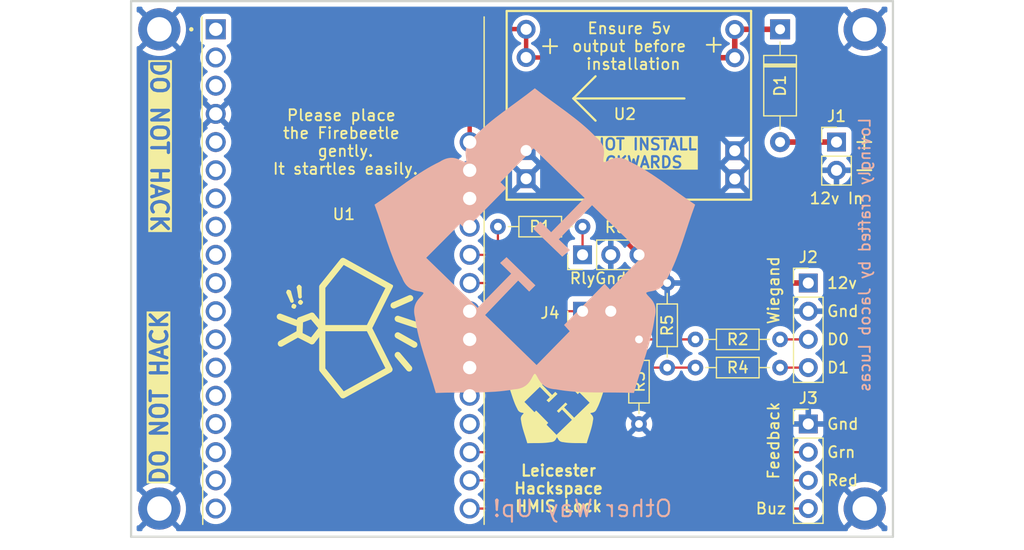
<source format=kicad_pcb>
(kicad_pcb (version 20241229) (generator "pcbnew") (generator_version "9.0")
  (layers (0 "F.Cu" signal) (2 "B.Cu" signal) (13 "F.Paste" user) (15 "B.Paste" user) (5 "F.SilkS" user "F.Silkscreen") (7 "B.SilkS" user "B.Silkscreen") (1 "F.Mask" user) (3 "B.Mask" user) (25 "Edge.Cuts" user))
  (net 0 "")
  (net 1 "GND")
  (net 2 "+12V")
  (net 3 "Net-(J2-Pin_3)")
  (net 4 "Net-(J2-Pin_4)")
  (net 5 "/red")
  (net 6 "/grn")
  (net 7 "/buz")
  (net 8 "/Btn")
  (net 9 "Net-(J5-Pin_1)")
  (net 10 "+5V")
  (net 11 "/Relay")
  (net 12 "/d0")
  (net 13 "/d1")
  (net 32 "Net-(D1-A)")
  (footprint "MountingHole:MountingHole_2.2mm_M2_DIN965_Pad" (layer "F.Cu") (at 93.98 35.56)
    (property "Reference" "M2" (hide yes))
    (property "Value" "MountingHole_2.2mm_M2_DIN965_Pad")
    (pad "1" thru_hole circle (at 0 0) (size 3.8 3.8) (drill 2.2) (layers "*.Cu" "*.Mask") (net 1 "GND"))
  )
  (footprint "MountingHole:MountingHole_2.2mm_M2_DIN965_Pad" (layer "F.Cu") (at 30.48 35.56)
    (property "Reference" "M1" (hide yes))
    (property "Value" "MountingHole_2.2mm_M2_DIN965_Pad")
    (pad "1" thru_hole circle (at 0 0) (size 3.8 3.8) (drill 2.2) (layers "*.Cu" "*.Mask") (net 1 "GND"))
  )
  (footprint "Connector_PinHeader_2.54mm:PinHeader_1x03_P2.54mm_Vertical" (layer "F.Cu") (at 68.58 55.88 90)
    (property "Reference" "J5" (at 0 7.62 180) (layer "F.SilkS") (effects (font (thickness 0.16))))
    (property "Value" "Relay")
    (fp_line (start -1.33 -1.33) (end 0 -1.33) (stroke (width 0.12)) (layer "F.SilkS"))
    (fp_line (start -1.33 0) (end -1.33 -1.33) (stroke (width 0.12)) (layer "F.SilkS"))
    (fp_line (start 1.33 1.27) (end 1.33 6.41) (stroke (width 0.12)) (layer "F.SilkS"))
    (fp_line (start -1.33 1.27) (end 1.33 1.27) (stroke (width 0.12)) (layer "F.SilkS"))
    (fp_line (start -1.33 1.27) (end -1.33 6.41) (stroke (width 0.12)) (layer "F.SilkS"))
    (fp_line (start -1.33 6.41) (end 1.33 6.41) (stroke (width 0.12)) (layer "F.SilkS"))
    (pad "1" thru_hole rect (at 0 0 90) (size 1.7 1.7) (drill 1) (layers "*.Cu" "*.Mask") (net 9 "Net-(J5-Pin_1)"))
    (pad "2" thru_hole oval (at 0 2.54 90) (size 1.7 1.7) (drill 1) (layers "*.Cu" "*.Mask") (net 1 "GND"))
    (pad "3" thru_hole oval (at 0 5.08 90) (size 1.7 1.7) (drill 1) (layers "*.Cu" "*.Mask") (net 10 "+5V"))
  )
  (footprint "Diode_THT:D_A-405_P10.16mm_Horizontal" (layer "F.Cu") (at 86.36 35.56 -90)
    (property "Reference" "D1" (at 5.08 0 90) (layer "F.SilkS") (effects (font (thickness 0.16))))
    (property "Value" "1N5819")
    (fp_line (start 2.36 1.47) (end 7.8 1.47) (stroke (width 0.12)) (layer "F.SilkS"))
    (fp_line (start 7.8 1.47) (end 7.8 -1.47) (stroke (width 0.12)) (layer "F.SilkS"))
    (fp_line (start 1.14 0) (end 2.36 0) (stroke (width 0.12)) (layer "F.SilkS"))
    (fp_line (start 9.02 0) (end 7.8 0) (stroke (width 0.12)) (layer "F.SilkS"))
    (fp_line (start 2.36 -1.47) (end 2.36 1.47) (stroke (width 0.12)) (layer "F.SilkS"))
    (fp_line (start 3.14 -1.47) (end 3.14 1.47) (stroke (width 0.12)) (layer "F.SilkS"))
    (fp_line (start 3.26 -1.47) (end 3.26 1.47) (stroke (width 0.12)) (layer "F.SilkS"))
    (fp_line (start 3.38 -1.47) (end 3.38 1.47) (stroke (width 0.12)) (layer "F.SilkS"))
    (fp_line (start 7.8 -1.47) (end 2.36 -1.47) (stroke (width 0.12)) (layer "F.SilkS"))
    (pad "1" thru_hole rect (at 0 0 270) (size 1.8 1.8) (drill 0.9) (layers "*.Cu" "*.Mask") (net 2 "+12V"))
    (pad "2" thru_hole oval (at 10.16 0 270) (size 1.8 1.8) (drill 0.9) (layers "*.Cu" "*.Mask") (net 32 "Net-(D1-A)"))
  )
  (footprint "Resistor_THT:R_Axial_DIN0204_L3.6mm_D1.6mm_P7.62mm_Horizontal" (layer "F.Cu") (at 76.2 66.04 90)
    (property "Reference" "R5" (at 3.81 0 90) (layer "F.SilkS") (effects (font (thickness 0.16))))
    (property "Value" "3.3k")
    (fp_line (start 5.73 -0.92) (end 1.89 -0.92) (stroke (width 0.12)) (layer "F.SilkS"))
    (fp_line (start 1.89 -0.92) (end 1.89 0.92) (stroke (width 0.12)) (layer "F.SilkS"))
    (fp_line (start 6.68 0) (end 5.73 0) (stroke (width 0.12)) (layer "F.SilkS"))
    (fp_line (start 0.94 0) (end 1.89 0) (stroke (width 0.12)) (layer "F.SilkS"))
    (fp_line (start 5.73 0.92) (end 5.73 -0.92) (stroke (width 0.12)) (layer "F.SilkS"))
    (fp_line (start 1.89 0.92) (end 5.73 0.92) (stroke (width 0.12)) (layer "F.SilkS"))
    (pad "1" thru_hole circle (at 0 0 90) (size 1.4 1.4) (drill 0.7) (layers "*.Cu" "*.Mask") (net 13 "/d1"))
    (pad "2" thru_hole oval (at 7.62 0 90) (size 1.4 1.4) (drill 0.7) (layers "*.Cu" "*.Mask") (net 1 "GND"))
  )
  (footprint "MountingHole:MountingHole_2.2mm_M2_DIN965_Pad" (layer "F.Cu") (at 30.48 78.74)
    (property "Reference" "M3" (hide yes))
    (property "Value" "MountingHole_2.2mm_M2_DIN965_Pad")
    (pad "1" thru_hole circle (at 0 0) (size 3.8 3.8) (drill 2.2) (layers "*.Cu" "*.Mask") (net 1 "GND"))
  )
  (footprint "Connector_PinHeader_2.54mm:PinHeader_1x02_P2.54mm_Vertical" (layer "F.Cu") (at 68.58 60.96 90)
    (property "Reference" "J4" (at -0.159651 -2.936039 180) (layer "F.SilkS") (effects (font (thickness 0.16))))
    (property "Value" "Button")
    (fp_line (start -1.33 -1.33) (end 0 -1.33) (stroke (width 0.12)) (layer "F.SilkS"))
    (fp_line (start -1.33 0) (end -1.33 -1.33) (stroke (width 0.12)) (layer "F.SilkS"))
    (fp_line (start 1.33 1.27) (end 1.33 3.87) (stroke (width 0.12)) (layer "F.SilkS"))
    (fp_line (start -1.33 1.27) (end 1.33 1.27) (stroke (width 0.12)) (layer "F.SilkS"))
    (fp_line (start -1.33 1.27) (end -1.33 3.87) (stroke (width 0.12)) (layer "F.SilkS"))
    (fp_line (start -1.33 3.87) (end 1.33 3.87) (stroke (width 0.12)) (layer "F.SilkS"))
    (pad "1" thru_hole rect (at 0 0 90) (size 1.7 1.7) (drill 1) (layers "*.Cu" "*.Mask") (net 8 "/Btn"))
    (pad "2" thru_hole oval (at 0 2.54 90) (size 1.7 1.7) (drill 1) (layers "*.Cu" "*.Mask") (net 1 "GND"))
  )
  (footprint "Resistor_THT:R_Axial_DIN0204_L3.6mm_D1.6mm_P7.62mm_Horizontal" (layer "F.Cu") (at 73.66 71.12 90)
    (property "Reference" "R3" (at 3.81 0 90) (layer "F.SilkS") (effects (font (thickness 0.16))))
    (property "Value" "3.3k")
    (fp_line (start 5.73 -0.92) (end 1.89 -0.92) (stroke (width 0.12)) (layer "F.SilkS"))
    (fp_line (start 1.89 -0.92) (end 1.89 0.92) (stroke (width 0.12)) (layer "F.SilkS"))
    (fp_line (start 6.68 0) (end 5.73 0) (stroke (width 0.12)) (layer "F.SilkS"))
    (fp_line (start 0.94 0) (end 1.89 0) (stroke (width 0.12)) (layer "F.SilkS"))
    (fp_line (start 5.73 0.92) (end 5.73 -0.92) (stroke (width 0.12)) (layer "F.SilkS"))
    (fp_line (start 1.89 0.92) (end 5.73 0.92) (stroke (width 0.12)) (layer "F.SilkS"))
    (pad "1" thru_hole circle (at 0 0 90) (size 1.4 1.4) (drill 0.7) (layers "*.Cu" "*.Mask") (net 1 "GND"))
    (pad "2" thru_hole oval (at 7.62 0 90) (size 1.4 1.4) (drill 0.7) (layers "*.Cu" "*.Mask") (net 12 "/d0"))
  )
  (footprint "jacob-libs:MP1584EN Module" (layer "F.Cu") (at 72.75 41.792)
    (property "Reference" "U2" (at -0.36 1.408 0) (layer "F.SilkS") (effects (font (thickness 0.16))))
    (property "Value" "MP1584EN Module")
    (fp_line (start -11 -7.882) (end -11 9.118) (stroke (width 0.2)) (layer "F.SilkS"))
    (fp_line (start -11 9.118) (end 11 9.118) (stroke (width 0.2)) (layer "F.SilkS"))
    (fp_line (start -5 0) (end -3 2) (stroke (width 0.2)) (layer "F.SilkS"))
    (fp_line (start -3 -2) (end -5 0) (stroke (width 0.2)) (layer "F.SilkS"))
    (fp_line (start 5 0) (end -5 0) (stroke (width 0.2)) (layer "F.SilkS"))
    (fp_line (start 11 -7.882) (end -11 -7.882) (stroke (width 0.2)) (layer "F.SilkS"))
    (fp_line (start 11 9.118) (end 11 -7.882) (stroke (width 0.2)) (layer "F.SilkS"))
    (pad "1" thru_hole circle (at 9.531 -6.212) (size 1.7 1.7) (drill 1) (layers "*.Cu" "*.Mask") (net 2 "+12V"))
    (pad "1" thru_hole circle (at 9.531 -3.672) (size 1.7 1.7) (drill 1) (layers "*.Cu" "*.Mask") (net 2 "+12V"))
    (pad "2" thru_hole rect (at 9.531 4.71) (size 1.7 1.7) (drill 1) (layers "*.Cu" "*.Mask") (net 1 "GND"))
    (pad "2" thru_hole rect (at 9.531 7.25) (size 1.7 1.7) (drill 1) (layers "*.Cu" "*.Mask") (net 1 "GND"))
    (pad "3" thru_hole rect (at -9.25 4.69) (size 1.7 1.7) (drill 1) (layers "*.Cu" "*.Mask") (net 1 "GND"))
    (pad "3" thru_hole rect (at -9.25 7.23) (size 1.7 1.7) (drill 1) (layers "*.Cu" "*.Mask") (net 1 "GND"))
    (pad "4" thru_hole circle (at -9.25 -6.232) (size 1.7 1.7) (drill 1) (layers "*.Cu" "*.Mask") (net 10 "+5V"))
    (pad "4" thru_hole circle (at -9.25 -3.692) (size 1.7 1.7) (drill 1) (layers "*.Cu" "*.Mask") (net 10 "+5V"))
  )
  (footprint "Resistor_THT:R_Axial_DIN0204_L3.6mm_D1.6mm_P7.62mm_Horizontal" (layer "F.Cu") (at 60.96 53.34)
    (property "Reference" "R1" (at 3.81 0 0) (layer "F.SilkS") (effects (font (thickness 0.16))))
    (property "Value" "5k1")
    (fp_line (start 0.94 0) (end 1.89 0) (stroke (width 0.12)) (layer "F.SilkS"))
    (fp_line (start 1.89 -0.92) (end 1.89 0.92) (stroke (width 0.12)) (layer "F.SilkS"))
    (fp_line (start 1.89 0.92) (end 5.73 0.92) (stroke (width 0.12)) (layer "F.SilkS"))
    (fp_line (start 5.73 -0.92) (end 1.89 -0.92) (stroke (width 0.12)) (layer "F.SilkS"))
    (fp_line (start 5.73 0.92) (end 5.73 -0.92) (stroke (width 0.12)) (layer "F.SilkS"))
    (fp_line (start 6.68 0) (end 5.73 0) (stroke (width 0.12)) (layer "F.SilkS"))
    (pad "1" thru_hole circle (at 0 0) (size 1.4 1.4) (drill 0.7) (layers "*.Cu" "*.Mask") (net 11 "/Relay"))
    (pad "2" thru_hole oval (at 7.62 0) (size 1.4 1.4) (drill 0.7) (layers "*.Cu" "*.Mask") (net 9 "Net-(J5-Pin_1)"))
  )
  (footprint "Connector_PinHeader_2.54mm:PinHeader_1x02_P2.54mm_Vertical" (layer "F.Cu") (at 91.44 45.72)
    (property "Reference" "J1" (at 0 -2.33 0) (layer "F.SilkS") (effects (font (thickness 0.16))))
    (property "Value" "Power In" (hide yes))
    (fp_line (start -1.33 -1.33) (end 0 -1.33) (stroke (width 0.12)) (layer "F.SilkS"))
    (fp_line (start -1.33 0) (end -1.33 -1.33) (stroke (width 0.12)) (layer "F.SilkS"))
    (fp_line (start -1.33 1.27) (end -1.33 3.87) (stroke (width 0.12)) (layer "F.SilkS"))
    (fp_line (start -1.33 1.27) (end 1.33 1.27) (stroke (width 0.12)) (layer "F.SilkS"))
    (fp_line (start -1.33 3.87) (end 1.33 3.87) (stroke (width 0.12)) (layer "F.SilkS"))
    (fp_line (start 1.33 1.27) (end 1.33 3.87) (stroke (width 0.12)) (layer "F.SilkS"))
    (pad "1" thru_hole rect (at 0 0) (size 1.7 1.7) (drill 1) (layers "*.Cu" "*.Mask") (net 32 "Net-(D1-A)"))
    (pad "2" thru_hole oval (at 0 2.54) (size 1.7 1.7) (drill 1) (layers "*.Cu" "*.Mask") (net 1 "GND"))
  )
  (footprint "Connector_PinHeader_2.54mm:PinHeader_1x04_P2.54mm_Vertical" (layer "F.Cu") (at 88.9 58.42)
    (property "Reference" "J2" (at 0 -2.33 0) (layer "F.SilkS") (effects (font (thickness 0.16))))
    (property "Value" "Wiegand")
    (fp_line (start -1.33 -1.33) (end 0 -1.33) (stroke (width 0.12)) (layer "F.SilkS"))
    (fp_line (start -1.33 0) (end -1.33 -1.33) (stroke (width 0.12)) (layer "F.SilkS"))
    (fp_line (start -1.33 1.27) (end -1.33 8.95) (stroke (width 0.12)) (layer "F.SilkS"))
    (fp_line (start -1.33 1.27) (end 1.33 1.27) (stroke (width 0.12)) (layer "F.SilkS"))
    (fp_line (start -1.33 8.95) (end 1.33 8.95) (stroke (width 0.12)) (layer "F.SilkS"))
    (fp_line (start 1.33 1.27) (end 1.33 8.95) (stroke (width 0.12)) (layer "F.SilkS"))
    (pad "1" thru_hole rect (at 0 0) (size 1.7 1.7) (drill 1) (layers "*.Cu" "*.Mask") (net 2 "+12V"))
    (pad "2" thru_hole oval (at 0 2.54) (size 1.7 1.7) (drill 1) (layers "*.Cu" "*.Mask") (net 1 "GND"))
    (pad "3" thru_hole oval (at 0 5.08) (size 1.7 1.7) (drill 1) (layers "*.Cu" "*.Mask") (net 3 "Net-(J2-Pin_3)"))
    (pad "4" thru_hole oval (at 0 7.62) (size 1.7 1.7) (drill 1) (layers "*.Cu" "*.Mask") (net 4 "Net-(J2-Pin_4)"))
  )
  (footprint "Connector_PinHeader_2.54mm:PinHeader_1x04_P2.54mm_Vertical" (layer "F.Cu") (at 88.9 71.12)
    (property "Reference" "J3" (at 0 -2.33 0) (layer "F.SilkS") (effects (font (thickness 0.16))))
    (property "Value" "Feedback")
    (fp_line (start -1.33 -1.33) (end 0 -1.33) (stroke (width 0.12)) (layer "F.SilkS"))
    (fp_line (start -1.33 0) (end -1.33 -1.33) (stroke (width 0.12)) (layer "F.SilkS"))
    (fp_line (start -1.33 1.27) (end -1.33 8.95) (stroke (width 0.12)) (layer "F.SilkS"))
    (fp_line (start -1.33 1.27) (end 1.33 1.27) (stroke (width 0.12)) (layer "F.SilkS"))
    (fp_line (start -1.33 8.95) (end 1.33 8.95) (stroke (width 0.12)) (layer "F.SilkS"))
    (fp_line (start 1.33 1.27) (end 1.33 8.95) (stroke (width 0.12)) (layer "F.SilkS"))
    (pad "1" thru_hole rect (at 0 0) (size 1.7 1.7) (drill 1) (layers "*.Cu" "*.Mask") (net 1 "GND"))
    (pad "2" thru_hole oval (at 0 2.54) (size 1.7 1.7) (drill 1) (layers "*.Cu" "*.Mask") (net 6 "/grn"))
    (pad "3" thru_hole oval (at 0 5.08) (size 1.7 1.7) (drill 1) (layers "*.Cu" "*.Mask") (net 5 "/red"))
    (pad "4" thru_hole oval (at 0 7.62) (size 1.7 1.7) (drill 1) (layers "*.Cu" "*.Mask") (net 7 "/buz"))
  )
  (footprint "Resistor_THT:R_Axial_DIN0204_L3.6mm_D1.6mm_P7.62mm_Horizontal" (layer "F.Cu") (at 78.74 63.5)
    (property "Reference" "R2" (at 3.81 0 0) (layer "F.SilkS") (effects (font (thickness 0.16))))
    (property "Value" "1k")
    (fp_line (start 0.94 0) (end 1.89 0) (stroke (width 0.12)) (layer "F.SilkS"))
    (fp_line (start 1.89 -0.92) (end 1.89 0.92) (stroke (width 0.12)) (layer "F.SilkS"))
    (fp_line (start 1.89 0.92) (end 5.73 0.92) (stroke (width 0.12)) (layer "F.SilkS"))
    (fp_line (start 5.73 -0.92) (end 1.89 -0.92) (stroke (width 0.12)) (layer "F.SilkS"))
    (fp_line (start 5.73 0.92) (end 5.73 -0.92) (stroke (width 0.12)) (layer "F.SilkS"))
    (fp_line (start 6.68 0) (end 5.73 0) (stroke (width 0.12)) (layer "F.SilkS"))
    (pad "1" thru_hole circle (at 0 0) (size 1.4 1.4) (drill 0.7) (layers "*.Cu" "*.Mask") (net 12 "/d0"))
    (pad "2" thru_hole oval (at 7.62 0) (size 1.4 1.4) (drill 0.7) (layers "*.Cu" "*.Mask") (net 3 "Net-(J2-Pin_3)"))
  )
  (footprint "MountingHole:MountingHole_2.2mm_M2_DIN965_Pad" (layer "F.Cu") (at 93.98 78.74)
    (property "Reference" "M4" (hide yes))
    (property "Value" "MountingHole_2.2mm_M2_DIN965_Pad")
    (pad "1" thru_hole circle (at 0 0) (size 3.8 3.8) (drill 2.2) (layers "*.Cu" "*.Mask") (net 1 "GND"))
  )
  (footprint "Resistor_THT:R_Axial_DIN0204_L3.6mm_D1.6mm_P7.62mm_Horizontal" (layer "F.Cu") (at 78.74 66.04)
    (property "Reference" "R4" (at 3.81 0 0) (layer "F.SilkS") (effects (font (thickness 0.16))))
    (property "Value" "1k")
    (fp_line (start 0.94 0) (end 1.89 0) (stroke (width 0.12)) (layer "F.SilkS"))
    (fp_line (start 1.89 -0.92) (end 1.89 0.92) (stroke (width 0.12)) (layer "F.SilkS"))
    (fp_line (start 1.89 0.92) (end 5.73 0.92) (stroke (width 0.12)) (layer "F.SilkS"))
    (fp_line (start 5.73 -0.92) (end 1.89 -0.92) (stroke (width 0.12)) (layer "F.SilkS"))
    (fp_line (start 5.73 0.92) (end 5.73 -0.92) (stroke (width 0.12)) (layer "F.SilkS"))
    (fp_line (start 6.68 0) (end 5.73 0) (stroke (width 0.12)) (layer "F.SilkS"))
    (pad "1" thru_hole circle (at 0 0) (size 1.4 1.4) (drill 0.7) (layers "*.Cu" "*.Mask") (net 13 "/d1"))
    (pad "2" thru_hole oval (at 7.62 0) (size 1.4 1.4) (drill 0.7) (layers "*.Cu" "*.Mask") (net 4 "Net-(J2-Pin_4)"))
  )
  (footprint "DFR0654:MODULE_DFR0654" (layer "F.Cu") (at 47.091247 52.223767)
    (property "Reference" "U1" (at 0 0 0) (layer "F.SilkS") (effects (font (thickness 0.16))))
    (property "Value" "DFR0654")
    (fp_line (start -12.771247 -17.78) (end -12.7 27.94) (stroke (width 0.127)) (layer "F.SilkS"))
    (fp_line (start 12.628753 -17.78) (end 12.628753 27.94) (stroke (width 0.127)) (layer "F.SilkS"))
    (fp_circle (center -13.731247 -16.663767) (end -13.631247 -16.663767) (stroke (width 0.2)) (fill no) (layer "F.SilkS"))
    (pad "" thru_hole circle (at -11.531247 -11.583767) (size 1.8 1.8) (drill 1.2) (layers "*.Cu" "*.Mask"))
    (pad "0" thru_hole circle (at -11.531247 16.356233) (size 1.8 1.8) (drill 1.2) (layers "*.Cu" "*.Mask"))
    (pad "1" thru_hole circle (at -11.531247 23.976233) (size 1.8 1.8) (drill 1.2) (layers "*.Cu" "*.Mask"))
    (pad "2" thru_hole circle (at -11.531247 8.736233) (size 1.8 1.8) (drill 1.2) (layers "*.Cu" "*.Mask"))
    (pad "3" thru_hole circle (at -11.531247 26.516233) (size 1.8 1.8) (drill 1.2) (layers "*.Cu" "*.Mask"))
    (pad "4" thru_hole circle (at 11.328753 21.436233) (size 1.8 1.8) (drill 1.2) (layers "*.Cu" "*.Mask") (net 6 "/grn"))
    (pad "5" thru_hole circle (at 11.328753 -6.503767) (size 1.8 1.8) (drill 1.2) (layers "*.Cu" "*.Mask") (net 10 "+5V"))
    (pad "6" thru_hole circle (at -11.531247 -14.123767) (size 1.8 1.8) (drill 1.2) (layers "*.Cu" "*.Mask"))
    (pad "6" thru_hole circle (at 11.328753 -3.963767) (size 1.8 1.8) (drill 1.2) (layers "*.Cu" "*.Mask"))
    (pad "7" thru_hole circle (at -11.531247 -9.043767) (size 1.8 1.8) (drill 1.2) (layers "*.Cu" "*.Mask") (net 1 "GND"))
    (pad "7" thru_hole circle (at 11.328753 -1.423767) (size 1.8 1.8) (drill 1.2) (layers "*.Cu" "*.Mask") (net 1 "GND"))
    (pad "8" thru_hole circle (at -11.531247 -6.503767) (size 1.8 1.8) (drill 1.2) (layers "*.Cu" "*.Mask"))
    (pad "9" thru_hole rect (at -11.531247 -16.663767) (size 1.8 1.8) (drill 1.2) (layers "*.Cu" "*.Mask"))
    (pad "12" thru_hole circle (at 11.328753 18.896233) (size 1.8 1.8) (drill 1.2) (layers "*.Cu" "*.Mask"))
    (pad "13" thru_hole circle (at -11.531247 11.276233) (size 1.8 1.8) (drill 1.2) (layers "*.Cu" "*.Mask"))
    (pad "14" thru_hole circle (at -11.531247 13.816233) (size 1.8 1.8) (drill 1.2) (layers "*.Cu" "*.Mask"))
    (pad "15" thru_hole circle (at 11.328753 6.196233) (size 1.8 1.8) (drill 1.2) (layers "*.Cu" "*.Mask") (net 8 "/Btn"))
    (pad "16" thru_hole circle (at 11.328753 23.976233) (size 1.8 1.8) (drill 1.2) (layers "*.Cu" "*.Mask") (net 5 "/red"))
    (pad "17" thru_hole circle (at 11.328753 26.516233) (size 1.8 1.8) (drill 1.2) (layers "*.Cu" "*.Mask") (net 7 "/buz"))
    (pad "18" thru_hole circle (at -11.531247 -3.963767) (size 1.8 1.8) (drill 1.2) (layers "*.Cu" "*.Mask"))
    (pad "19" thru_hole circle (at -11.531247 1.116233) (size 1.8 1.8) (drill 1.2) (layers "*.Cu" "*.Mask"))
    (pad "21" thru_hole circle (at -11.531247 6.196233) (size 1.8 1.8) (drill 1.2) (layers "*.Cu" "*.Mask") (net 11 "/Relay"))
    (pad "21" thru_hole circle (at 11.328753 3.656233) (size 1.8 1.8) (drill 1.2) (layers "*.Cu" "*.Mask") (net 11 "/Relay"))
    (pad "22" thru_hole circle (at -11.531247 3.656233) (size 1.8 1.8) (drill 1.2) (layers "*.Cu" "*.Mask"))
    (pad "22" thru_hole circle (at 11.328753 1.116233) (size 1.8 1.8) (drill 1.2) (layers "*.Cu" "*.Mask"))
    (pad "23" thru_hole circle (at -11.531247 -1.423767) (size 1.8 1.8) (drill 1.2) (layers "*.Cu" "*.Mask"))
    (pad "25" thru_hole circle (at -11.531247 21.436233) (size 1.8 1.8) (drill 1.2) (layers "*.Cu" "*.Mask"))
    (pad "26" thru_hole circle (at -11.531247 18.896233) (size 1.8 1.8) (drill 1.2) (layers "*.Cu" "*.Mask"))
    (pad "34" thru_hole circle (at 11.328753 11.276233) (size 1.8 1.8) (drill 1.2) (layers "*.Cu" "*.Mask") (net 13 "/d1"))
    (pad "35" thru_hole circle (at 11.328753 8.736233) (size 1.8 1.8) (drill 1.2) (layers "*.Cu" "*.Mask") (net 12 "/d0"))
    (pad "36" thru_hole circle (at 11.328753 16.356233) (size 1.8 1.8) (drill 1.2) (layers "*.Cu" "*.Mask"))
    (pad "39" thru_hole circle (at 11.328753 13.816233) (size 1.8 1.8) (drill 1.2) (layers "*.Cu" "*.Mask"))
  )
  (gr_line (start 93.942014 45.083992) (end 93.942014 46.353992) (stroke (width 0.16)) (layer "F.SilkS"))
  (gr_line (start 45.149112 62.484) (end 44.21805 61.363988) (stroke (width 0.558638)) (layer "F.SilkS"))
  (gr_line (start 79.756 36.957) (end 81.026 36.957) (stroke (width 0.16)) (layer "F.SilkS"))
  (gr_line (start 51.945861 64.904759) (end 52.970028 66.11514) (stroke (width 0.558638)) (layer "F.SilkS"))
  (gr_line (start 65.659 36.449) (end 65.659 37.719) (stroke (width 0.16)) (layer "F.SilkS"))
  (gr_line (start 44.21805 61.363988) (end 43.145275 61.770471) (stroke (width 0.558638)) (layer "F.SilkS"))
  (gr_line (start 44.21805 63.668022) (end 45.149112 62.484) (stroke (width 0.558638)) (layer "F.SilkS"))
  (gr_poly (pts (xy 66.491194 64.781799) (xy 66.705126 64.940784) (xy 67.135767 65.256664) (xy 67.34697 65.417752) (xy 67.450338 65.499999) (xy 67.551756 65.583732) (xy 67.650882 65.669209) (xy 67.747372 65.756695) (xy 67.840881 65.846452) (xy 67.931064 65.938741) (xy 67.963111 65.966056) (xy 67.992034 65.993307) (xy 68.017981 66.020458) (xy 68.041099 66.047476) (xy 68.061537 66.074331) (xy 68.079441 66.100984) (xy 68.09496 66.127404) (xy 68.108241 66.153558) (xy 68.119432 66.179412) (xy 68.128683 66.20493) (xy 68.136139 66.230082) (xy 68.14195 66.254832) (xy 68.146263 66.279147) (xy 68.149224 66.302994) (xy 68.150985 66.326338) (xy 68.15169 66.349146) (xy 68.151489 66.371385) (xy 68.15053 66.393019) (xy 68.146926 66.434346) (xy 68.13712 66.508281) (xy 68.133283 66.540351) (xy 68.131735 66.568797) (xy 68.13219 66.581577) (xy 68.13366 66.593349) (xy 68.136292 66.604081) (xy 68.140237 66.61374) (xy 68.150641 66.614509) (xy 68.161662 66.613701) (xy 68.185609 66.607951) (xy 68.212189 66.597697) (xy 68.24151 66.584149) (xy 68.308807 66.551998) (xy 68.347005 66.535813) (xy 68.388379 66.521167) (xy 68.43304 66.509265) (xy 68.456638 66.504721) (xy 68.481097 66.501318) (xy 68.506434 66.499204) (xy 68.532658 66.498532) (xy 68.559789 66.499452) (xy 68.587834 66.502116) (xy 68.616811 66.506674) (xy 68.646733 66.513279) (xy 68.677612 66.522081) (xy 68.709465 66.533229) (xy 68.742301 66.546876) (xy 68.776137 66.563173) (xy 68.810985 66.582271) (xy 68.84686 66.604321) (xy 68.962483 66.661606) (xy 69.076725 66.722836) (xy 69.189727 66.7876) (xy 69.301633 66.855493) (xy 69.412587 66.926106) (xy 69.52273 66.999028) (xy 69.741159 67.150176) (xy 70.174584 67.462242) (xy 70.391866 67.616631) (xy 70.611055 67.765569) (xy 70.52122 68.014861) (xy 70.436124 68.267449) (xy 70.268772 68.774624) (xy 70.18083 69.025267) (xy 70.086255 69.271319) (xy 70.035591 69.392008) (xy 69.982201 69.510809) (xy 69.925734 69.627476) (xy 69.86583 69.741764) (xy 69.849754 69.780685) (xy 69.832776 69.816614) (xy 69.814971 69.84968) (xy 69.796419 69.880016) (xy 69.777195 69.907753) (xy 69.757378 69.933016) (xy 69.737046 69.95594) (xy 69.716277 69.976654) (xy 69.695146 69.995288) (xy 69.673734 70.011971) (xy 69.652117 70.026836) (xy 69.630375 70.040011) (xy 69.608581 70.051627) (xy 69.586818 70.061813) (xy 69.565159 70.070701) (xy 69.543685 70.078421) (xy 69.5016 70.090876) (xy 69.461181 70.100221) (xy 69.387834 70.113743) (xy 69.356148 70.120006) (xy 69.328617 70.127324) (xy 69.316602 70.131706) (xy 69.30586 70.136741) (xy 69.296466 70.142561) (xy 69.288499 70.149298) (xy 69.290982 70.15943) (xy 69.295158 70.169662) (xy 69.308028 70.19066) (xy 69.325995 70.212769) (xy 69.347943 70.236466) (xy 69.399321 70.290533) (xy 69.42652 70.321858) (xy 69.45324 70.356679) (xy 69.478363 70.395473) (xy 69.489978 70.416511) (xy 69.500775 70.438721) (xy 69.510616 70.462162) (xy 69.519361 70.486895) (xy 69.52687 70.51298) (xy 69.533004 70.540477) (xy 69.537624 70.569443) (xy 69.540591 70.599941) (xy 69.541764 70.632029) (xy 69.541003 70.665766) (xy 69.538173 70.701212) (xy 69.533128 70.738427) (xy 69.525735 70.777472) (xy 69.51585 70.818404) (xy 69.497098 70.946071) (xy 69.474168 71.073641) (xy 69.44749 71.201126) (xy 69.417501 71.328536) (xy 69.349309 71.583167) (xy 69.273054 71.837612) (xy 69.11019 72.346259) (xy 69.030499 72.600617) (xy 68.956582 72.855101) (xy 68.69173 72.846701) (xy 68.425209 72.843826) (xy 67.891146 72.841396) (xy 67.625596 72.835214) (xy 67.362361 72.821305) (xy 67.231924 72.810416) (xy 67.10244 72.796354) (xy 66.974032 72.7787) (xy 66.846828 72.757046) (xy 66.804844 72.753785) (xy 66.765427 72.748739) (xy 66.728476 72.742025) (xy 66.693892 72.733754) (xy 66.661573 72.724042) (xy 66.631422 72.713002) (xy 66.603336 72.700748) (xy 66.577216 72.687395) (xy 66.552966 72.673057) (xy 66.530481 72.657848) (xy 66.509662 72.641882) (xy 66.490413 72.625274) (xy 66.47263 72.608137) (xy 66.456216 72.590585) (xy 66.441069 72.572734) (xy 66.42709 72.554695) (xy 66.402237 72.518516) (xy 66.380859 72.482962) (xy 66.345328 72.417382) (xy 66.32958 72.38918) (xy 66.31411 72.365257) (xy 66.306231 72.355184) (xy 66.298122 72.346523) (xy 66.289683 72.339388) (xy 66.280815 72.333893) (xy 66.271946 72.339386) (xy 66.263505 72.346519) (xy 66.255395 72.355177) (xy 66.247512 72.365248) (xy 66.232038 72.389167) (xy 66.216285 72.417364) (xy 66.180743 72.482938) (xy 66.159359 72.518486) (xy 66.134499 72.554659) (xy 66.120518 72.572693) (xy 66.105368 72.590542) (xy 66.08895 72.608089) (xy 66.071165 72.625222) (xy 66.051912 72.641825) (xy 66.031092 72.657785) (xy 66.008604 72.672988) (xy 65.984351 72.687319) (xy 65.958228 72.700664) (xy 65.930141 72.71291) (xy 65.899988 72.723941) (xy 65.867667 72.733645) (xy 65.83308 72.741905) (xy 65.796128 72.748609) (xy 65.756711 72.753643) (xy 65.714726 72.75689) (xy 65.587514 72.778507) (xy 65.459102 72.79612) (xy 65.329613 72.810145) (xy 65.199171 72.820993) (xy 64.935932 72.834824) (xy 64.670376 72.840929) (xy 64.136298 72.843214) (xy 63.869765 72.846025) (xy 63.604895 72.854365) (xy 63.531039 72.599879) (xy 63.45141 72.345512) (xy 63.288675 71.836831) (xy 63.212489 71.582365) (xy 63.144369 71.327714) (xy 63.114414 71.200295) (xy 63.087776 71.072801) (xy 63.064883 70.945223) (xy 63.046169 70.817552) (xy 63.036296 70.776616) (xy 63.028914 70.737569) (xy 63.023882 70.700353) (xy 63.02106 70.664905) (xy 63.020312 70.631168) (xy 63.021494 70.599082) (xy 63.024468 70.568585) (xy 63.029097 70.53962) (xy 63.03524 70.512127) (xy 63.042756 70.486043) (xy 63.051509 70.461313) (xy 63.061356 70.437875) (xy 63.072159 70.415669) (xy 63.083781 70.394636) (xy 63.096078 70.374716) (xy 63.108915 70.355849) (xy 63.12215 70.337975) (xy 63.135644 70.321037) (xy 63.162852 70.289722) (xy 63.214245 70.235672) (xy 63.236199 70.211983) (xy 63.254172 70.189879) (xy 63.261318 70.179274) (xy 63.267048 70.168885) (xy 63.271227 70.158655) (xy 63.273713 70.148524) (xy 63.265748 70.141784) (xy 63.256356 70.135961) (xy 63.245615 70.130921) (xy 63.233603 70.126537) (xy 63.206072 70.119208) (xy 63.174387 70.112935) (xy 63.101043 70.099387) (xy 63.060627 70.090028) (xy 63.018545 70.077559) (xy 62.997072 70.069832) (xy 62.975417 70.060936) (xy 62.953655 70.050742) (xy 62.931866 70.039118) (xy 62.910126 70.025936) (xy 62.888514 70.011065) (xy 62.867106 69.994373) (xy 62.845982 69.975733) (xy 62.825219 69.955013) (xy 62.804894 69.932083) (xy 62.785085 69.906811) (xy 62.765868 69.87907) (xy 62.747325 69.848728) (xy 62.729531 69.815654) (xy 62.712563 69.77972) (xy 62.696499 69.740795) (xy 62.636631 69.626489) (xy 62.580198 69.509806) (xy 62.526846 69.390988) (xy 62.476218 69.270286) (xy 62.423097 69.131957) (xy 63.348554 69.131957) (xy 64.252878 70.056358) (xy 64.398257 69.902918) (xy 65.492376 71.017268) (xy 65.34099 71.186522) (xy 66.23454 72.099721) (xy 67.623253 70.748332) (xy 66.731679 69.817651) (xy 66.434023 70.114843) (xy 66.264654 69.946249) (xy 67.046001 69.183194) (xy 67.219518 69.340199) (xy 66.921396 69.62933) (xy 67.824558 70.552451) (xy 69.214318 69.201488) (xy 68.300227 68.28387) (xy 68.150817 68.438085) (xy 67.048947 67.317069) (xy 67.209712 67.15797) (xy 66.315543 66.244615) (xy 64.938728 67.584493) (xy 65.840649 68.509204) (xy 66.128384 68.220657) (xy 66.325542 68.417466) (xy 65.540589 69.172109) (xy 65.333781 68.99278) (xy 65.634305 68.702022) (xy 64.736337 67.781382) (xy 63.348554 69.131957) (xy 62.423097 69.131957) (xy 62.381718 69.024206) (xy 62.29385 68.773538) (xy 62.126636 68.266312) (xy 62.041599 68.013694) (xy 61.951817 67.764367) (xy 62.171025 67.615486) (xy 62.388335 67.461151) (xy 62.82183 67.149193) (xy 63.040299 66.998103) (xy 63.150462 66.925209) (xy 63.261435 66.854626) (xy 63.373362 66.786765) (xy 63.486383 66.722031) (xy 63.600642 66.660835) (xy 63.716283 66.603585) (xy 63.752165 66.581547) (xy 63.787019 66.562459) (xy 63.820859 66.546174) (xy 63.8537 66.532537) (xy 63.885555 66.5214) (xy 63.916437 66.51261) (xy 63.946361 66.506016) (xy 63.975339 66.501468) (xy 64.003386 66.498814) (xy 64.030517 66.497904) (xy 64.056743 66.498586) (xy 64.082078 66.50071) (xy 64.106537 66.504124) (xy 64.130132 66.508677) (xy 64.152879 66.514219) (xy 64.17479 66.520597) (xy 64.19588 66.527662) (xy 64.21616 66.535263) (xy 64.254353 66.551464) (xy 64.321643 66.583644) (xy 64.350959 66.597205) (xy 64.364582 66.602824) (xy 64.377534 66.60747) (xy 64.38983 66.610987) (xy 64.40148 66.613228) (xy 64.412502 66.614041) (xy 64.422906 66.613275) (xy 64.426854 66.603618) (xy 64.42949 66.592885) (xy 64.43142 66.568333) (xy 64.429881 66.539886) (xy 64.426053 66.507813) (xy 64.416269 66.433872) (xy 64.412676 66.392542) (xy 64.411527 66.348664) (xy 64.414007 66.302511) (xy 64.416975 66.278664) (xy 64.421295 66.25435) (xy 64.427112 66.2296) (xy 64.434576 66.20445) (xy 64.443833 66.178933) (xy 64.455033 66.153082) (xy 64.468322 66.126931) (xy 64.483848 66.100515) (xy 64.50176 66.073866) (xy 64.522205 66.047019) (xy 64.54533 66.020005) (xy 64.571285 65.992861) (xy 64.600217 65.965621) (xy 64.632273 65.938315) (xy 64.722485 65.846053) (xy 64.81602 65.756325) (xy 64.912535 65.668867) (xy 65.011686 65.58342) (xy 65.11313 65.499717) (xy 65.216522 65.4175) (xy 65.427771 65.256472) (xy 65.858504 64.9407) (xy 66.07248 64.781761) (xy 66.281862 64.619326)) (fill yes) (layer "F.SilkS"))
  (gr_line (start 65.024 37.084) (end 66.294 37.084) (stroke (width 0.16)) (layer "F.SilkS"))
  (gr_line (start 42.951936 63.021615) (end 44.21805 63.668022) (stroke (width 0.558638)) (layer "F.SilkS"))
  (gr_line (start 51.945861 61.646045) (end 53.621773 62.204682) (stroke (width 0.558638)) (layer "F.SilkS"))
  (gr_line (start 93.307014 45.718992) (end 94.577014 45.718992) (stroke (width 0.16)) (layer "F.SilkS"))
  (gr_line (start 43.145275 61.770471) (end 43.098038 63.096207) (stroke (width 0.558638)) (layer "F.SilkS"))
  (gr_line (start 80.391 36.322) (end 80.391 37.592) (stroke (width 0.16)) (layer "F.SilkS"))
  (gr_line (start 49.338888 62.484) (end 45.149112 62.484) (stroke (width 0.558638)) (layer "F.SilkS"))
  (gr_line (start 93.307014 48.258992) (end 94.577014 48.258992) (stroke (width 0.16)) (layer "F.SilkS"))
  (gr_line (start 51.573436 60.435665) (end 53.063134 59.783922) (stroke (width 0.558638)) (layer "F.SilkS"))
  (gr_poly (pts (xy 51.201012 58.759754) (xy 49.338888 62.484) (xy 51.201012 66.208245) (xy 47.011235 68.535899) (xy 45.149112 66.208245) (xy 45.149112 58.759754) (xy 47.011234 56.432101)) (stroke (width 0.558638)) (fill no) (layer "F.SilkS"))
  (gr_line (start 41.424866 63.880592) (end 42.951936 63.021615) (stroke (width 0.558638)) (layer "F.SilkS"))
  (gr_line (start 42.821458 62.01847) (end 41.329899 61.452933) (stroke (width 0.558638)) (layer "F.SilkS"))
  (gr_line (start 51.945861 63.135743) (end 53.435558 63.973698) (stroke (width 0.558638)) (layer "F.SilkS"))
  (gr_poly (pts (xy 63.585462 41.415659) (xy 62.872359 41.945606) (xy 61.436888 42.998545) (xy 60.732877 43.535503) (xy 60.388319 43.80966) (xy 60.050256 44.088766) (xy 59.719835 44.373693) (xy 59.398203 44.665315) (xy 59.086509 44.964505) (xy 58.785898 45.272135) (xy 58.679071 45.363185) (xy 58.58266 45.454018) (xy 58.496171 45.544522) (xy 58.419111 45.634585) (xy 58.350988 45.724096) (xy 58.291308 45.812942) (xy 58.239579 45.90101) (xy 58.195308 45.988189) (xy 58.158002 46.074366) (xy 58.127168 46.15943) (xy 58.102313 46.243268) (xy 58.082944 46.325769) (xy 58.068569 46.406819) (xy 58.058695 46.486307) (xy 58.052828 46.564121) (xy 58.050476 46.640148) (xy 58.051145 46.714277) (xy 58.054344 46.786395) (xy 58.066357 46.92415) (xy 58.099043 47.170599) (xy 58.111831 47.277498) (xy 58.116991 47.372317) (xy 58.115478 47.414916) (xy 58.110579 47.454159) (xy 58.101802 47.489933) (xy 58.088654 47.522127) (xy 58.053973 47.524694) (xy 58.017236 47.521998) (xy 57.93741 47.502831) (xy 57.848813 47.468653) (xy 57.751079 47.423491) (xy 57.52675 47.316325) (xy 57.399426 47.262375) (xy 57.261511 47.213551) (xy 57.112641 47.173878) (xy 57.033984 47.158733) (xy 56.952452 47.147386) (xy 56.867999 47.140341) (xy 56.78058 47.138101) (xy 56.690149 47.141169) (xy 56.596661 47.150049) (xy 56.500071 47.165245) (xy 56.400332 47.18726) (xy 56.2974 47.216597) (xy 56.191228 47.253759) (xy 56.081772 47.29925) (xy 55.968986 47.353574) (xy 55.852825 47.417234) (xy 55.733242 47.490733) (xy 55.347833 47.681683) (xy 54.967029 47.885781) (xy 54.590354 48.101664) (xy 54.217332 48.327973) (xy 53.847487 48.563346) (xy 53.480342 48.806423) (xy 52.752247 49.310246) (xy 51.307497 50.350469) (xy 50.58322 50.865097) (xy 49.852594 51.361556) (xy 50.152042 52.192534) (xy 50.435697 53.034495) (xy 50.993538 54.725076) (xy 51.286676 55.560553) (xy 51.601928 56.380727) (xy 51.770808 56.783022) (xy 51.94877 57.179026) (xy 52.136999 57.567919) (xy 52.336679 57.948879) (xy 52.390262 58.078613) (xy 52.446857 58.198376) (xy 52.506205 58.3086) (xy 52.568048 58.40972) (xy 52.632127 58.502171) (xy 52.698183 58.586385) (xy 52.765957 58.662798) (xy 52.835189 58.731844) (xy 52.905622 58.793956) (xy 52.976995 58.849569) (xy 53.04905 58.899116) (xy 53.121528 58.943032) (xy 53.19417 58.981751) (xy 53.266718 59.015708) (xy 53.338911 59.045335) (xy 53.410491 59.071068) (xy 53.550778 59.112585) (xy 53.685505 59.143732) (xy 53.929995 59.188808) (xy 54.035615 59.209682) (xy 54.127388 59.234077) (xy 54.167435 59.248681) (xy 54.203244 59.265467) (xy 54.234555 59.28487) (xy 54.26111 59.307323) (xy 54.252835 59.3411) (xy 54.238917 59.375205) (xy 54.196017 59.445199) (xy 54.136128 59.518895) (xy 54.062968 59.597885) (xy 53.891706 59.778107) (xy 53.801041 59.882521) (xy 53.711977 59.998592) (xy 53.628233 60.12791) (xy 53.589517 60.198034) (xy 53.553525 60.272066) (xy 53.520723 60.350205) (xy 53.491573 60.43265) (xy 53.466543 60.5196) (xy 53.446095 60.611254) (xy 53.430695 60.70781) (xy 53.420808 60.809468) (xy 53.416898 60.916426) (xy 53.41943 61.028883) (xy 53.428869 61.147038) (xy 53.44568 61.27109) (xy 53.470327 61.401237) (xy 53.503275 61.537679) (xy 53.565783 61.963232) (xy 53.642218 62.388468) (xy 53.731141 62.813419) (xy 53.831108 63.238117) (xy 54.058411 64.086888) (xy 54.312595 64.93504) (xy 54.855479 66.63053) (xy 55.121114 67.478388) (xy 55.367502 68.326669) (xy 56.250343 68.298667) (xy 57.138746 68.289081) (xy 58.918957 68.280982) (xy 59.804124 68.260379) (xy 60.68157 68.214013) (xy 61.11636 68.177718) (xy 61.547975 68.130841) (xy 61.976 68.072) (xy 62.400019 67.999817) (xy 62.539961 67.988947) (xy 62.671351 67.97213) (xy 62.794521 67.949747) (xy 62.909804 67.922178) (xy 63.017532 67.889803) (xy 63.118039 67.853003) (xy 63.211658 67.812158) (xy 63.29872 67.767648) (xy 63.379559 67.719855) (xy 63.454508 67.669159) (xy 63.5239 67.615939) (xy 63.588067 67.560577) (xy 63.647341 67.503453) (xy 63.702057 67.444947) (xy 63.752547 67.385441) (xy 63.799143 67.325313) (xy 63.881985 67.204718) (xy 63.953247 67.086205) (xy 64.07168 66.867602) (xy 64.124175 66.773599) (xy 64.17574 66.693853) (xy 64.202005 66.660278) (xy 64.229036 66.631408) (xy 64.257165 66.607625) (xy 64.286726 66.589307) (xy 64.316292 66.607616) (xy 64.344427 66.631391) (xy 64.371464 66.660253) (xy 64.397736 66.693822) (xy 64.449317 66.773555) (xy 64.501829 66.867545) (xy 64.620301 67.086121) (xy 64.691583 67.204617) (xy 64.774447 67.325192) (xy 64.821053 67.385308) (xy 64.871552 67.444802) (xy 64.926278 67.503294) (xy 64.985563 67.560402) (xy 65.049739 67.615747) (xy 65.119139 67.668948) (xy 65.194097 67.719624) (xy 65.274944 67.767395) (xy 65.362015 67.811879) (xy 65.45564 67.852698) (xy 65.556154 67.889469) (xy 65.663888 67.921813) (xy 65.779176 67.949348) (xy 65.902351 67.971695) (xy 66.033744 67.988472) (xy 66.17369 67.9993) (xy 66.597731 68.071354) (xy 67.025773 68.130064) (xy 67.457403 68.176811) (xy 67.892206 68.212975) (xy 68.769673 68.259079) (xy 69.654858 68.279427) (xy 71.435119 68.287044) (xy 72.323564 68.296411) (xy 73.206464 68.324215) (xy 73.452649 67.475928) (xy 73.718077 66.628038) (xy 74.260526 64.932435) (xy 74.514482 64.084215) (xy 74.741549 63.235377) (xy 74.841395 62.810647) (xy 74.930194 62.385669) (xy 75.006503 61.960408) (xy 75.068883 61.534836) (xy 75.10179 61.398384) (xy 75.126398 61.268229) (xy 75.143171 61.144173) (xy 75.152575 61.026015) (xy 75.155074 60.913558) (xy 75.151132 60.806602) (xy 75.141215 60.704948) (xy 75.125786 60.608397) (xy 75.105312 60.516751) (xy 75.080256 60.42981) (xy 75.051083 60.347375) (xy 75.018258 60.269247) (xy 74.982245 60.195227) (xy 74.943509 60.125116) (xy 74.902516 60.058716) (xy 74.859728 59.995827) (xy 74.815612 59.93625) (xy 74.770632 59.879786) (xy 74.679938 59.775402) (xy 74.508627 59.595237) (xy 74.435445 59.516271) (xy 74.375535 59.442595) (xy 74.351719 59.407242) (xy 74.332615 59.372615) (xy 74.318688 59.338514) (xy 74.310402 59.304741) (xy 74.33695 59.282279) (xy 74.368256 59.262866) (xy 74.40406 59.246068) (xy 74.444103 59.231451) (xy 74.535871 59.207024) (xy 74.641485 59.186114) (xy 74.885966 59.140953) (xy 75.020686 59.109759) (xy 75.160962 59.068194) (xy 75.232536 59.042437) (xy 75.304721 59.012785) (xy 75.37726 58.978803) (xy 75.449891 58.94006) (xy 75.522357 58.896119) (xy 75.594398 58.846547) (xy 75.665755 58.79091) (xy 75.73617 58.728775) (xy 75.805382 58.659706) (xy 75.873133 58.583271) (xy 75.939164 58.499034) (xy 76.003215 58.406563) (xy 76.065028 58.305423) (xy 76.124343 58.19518) (xy 76.180902 58.0754) (xy 76.234445 57.94565) (xy 76.434009 57.56463) (xy 76.622119 57.175681) (xy 76.799959 56.779625) (xy 76.968716 56.377282) (xy 77.145789 55.916187) (xy 74.060934 55.916187) (xy 71.046519 58.997524) (xy 70.561923 58.486057) (xy 66.914859 62.200557) (xy 67.419479 62.764736) (xy 64.440979 65.808735) (xy 59.811933 61.304102) (xy 62.783846 58.201835) (xy 63.776033 59.192472) (xy 64.340597 58.630491) (xy 61.736105 56.086979) (xy 61.157717 56.61033) (xy 62.151455 57.574096) (xy 59.140915 60.651169) (xy 54.508383 56.147957) (xy 57.555353 53.089228) (xy 58.053385 53.60328) (xy 61.726288 49.866557) (xy 61.190403 49.336227) (xy 64.170969 46.291711) (xy 68.760354 50.757975) (xy 65.753948 53.840345) (xy 64.794834 52.878518) (xy 64.137638 53.534549) (xy 66.754146 56.050029) (xy 67.443509 55.452263) (xy 66.441761 54.48307) (xy 69.434989 51.414266) (xy 74.060934 55.916187) (xy 77.145789 55.916187) (xy 77.283719 55.557019) (xy 77.576611 54.721457) (xy 78.133992 53.030704) (xy 78.417447 52.188645) (xy 78.716722 51.357551) (xy 77.986029 50.861281) (xy 77.26166 50.346835) (xy 75.816676 49.306974) (xy 75.088449 48.803337) (xy 74.721237 48.560357) (xy 74.351326 48.325083) (xy 73.978239 48.098877) (xy 73.601501 47.8831) (xy 73.220636 47.679113) (xy 72.835169 47.488278) (xy 72.715564 47.414816) (xy 72.599384 47.351193) (xy 72.486581 47.296906) (xy 72.377111 47.251452) (xy 72.270928 47.214326) (xy 72.167987 47.185026) (xy 72.068241 47.163047) (xy 71.971646 47.147887) (xy 71.878155 47.139042) (xy 71.787723 47.136008) (xy 71.700304 47.138283) (xy 71.615853 47.145362) (xy 71.534324 47.156742) (xy 71.455671 47.17192) (xy 71.379849 47.190392) (xy 71.306812 47.211655) (xy 71.236514 47.235205) (xy 71.168911 47.260539) (xy 71.041602 47.314545) (xy 70.817304 47.421809) (xy 70.719583 47.467013) (xy 70.674171 47.485745) (xy 70.630995 47.501227) (xy 70.590012 47.512954) (xy 70.551175 47.520424) (xy 70.514439 47.523132) (xy 70.479757 47.520576) (xy 70.466599 47.488386) (xy 70.457811 47.452614) (xy 70.451376 47.370771) (xy 70.456509 47.275947) (xy 70.469267 47.169039) (xy 70.501884 46.922567) (xy 70.513859 46.784801) (xy 70.517686 46.638545) (xy 70.509424 46.484699) (xy 70.499527 46.40521) (xy 70.485129 46.324161) (xy 70.465737 46.241663) (xy 70.440858 46.157829) (xy 70.41 46.072771) (xy 70.372669 45.986601) (xy 70.328373 45.899433) (xy 70.276618 45.811378) (xy 70.216913 45.722548) (xy 70.148763 45.633056) (xy 70.071676 45.543014) (xy 69.98516 45.452535) (xy 69.888721 45.361731) (xy 69.781867 45.270713) (xy 69.481164 44.963174) (xy 69.169379 44.66408) (xy 68.847661 44.372555) (xy 68.517156 44.087726) (xy 68.179012 43.80872) (xy 67.834374 43.534664) (xy 67.130209 42.997902) (xy 65.694433 41.945326) (xy 64.981175 41.415533) (xy 64.283237 40.874083)) (stroke (width -0.000001)) (fill yes) (layer "B.SilkS"))
  (gr_line (start 27.94 33.02) (end 27.94 81.28) (stroke (width 0.2)) (layer "Edge.Cuts"))
  (gr_line (start 96.52 33.02) (end 27.94 33.02) (stroke (width 0.2)) (layer "Edge.Cuts"))
  (gr_line (start 27.94 81.28) (end 96.52 81.28) (stroke (width 0.2)) (layer "Edge.Cuts"))
  (gr_line (start 96.52 81.28) (end 96.52 33.02) (stroke (width 0.2)) (layer "Edge.Cuts"))
  (gr_text "Please place \nthe Firebeetle \ngently.\nIt startles easily." (at 47.244 45.72 0) (layer "F.SilkS") (effects (font (size 1 1) (thickness 0.16))))
  (gr_text "Gnd" (at 90.5 60.96 0) (layer "F.SilkS") (effects (font (size 1 1) (thickness 0.16)) (justify left)))
  (gr_text "Feedback" (at 86.36 76.2 90) (layer "F.SilkS") (effects (font (size 1 1) (thickness 0.16)) (justify left bottom)))
  (gr_text "12v" (at 90.5 58.42 0) (layer "F.SilkS") (effects (font (size 1 1) (thickness 0.16)) (justify left)))
  (gr_text "Red" (at 90.5 76.2 0) (layer "F.SilkS") (effects (font (size 1 1) (thickness 0.16)) (justify left)))
  (gr_text "D0" (at 90.5 63.5 0) (layer "F.SilkS") (effects (font (size 1 1) (thickness 0.16)) (justify left)))
  (gr_text "Rly" (at 68.58 58 0) (layer "F.SilkS") (effects (font (size 1 1) (thickness 0.16))))
  (gr_text "Gnd" (at 90.5 71.12 0) (layer "F.SilkS") (effects (font (size 1 1) (thickness 0.16)) (justify left)))
  (gr_text "!" (at 42.164 60.96 20) (layer "F.SilkS") (effects (font (size 1.5 1.5) (thickness 0.3) (bold yes)) (justify left bottom)))
  (gr_text "D1" (at 90.5 66.04 0) (layer "F.SilkS") (effects (font (size 1 1) (thickness 0.16)) (justify left)))
  (gr_text "Wiegand" (at 86.36 62.23 90) (layer "F.SilkS") (effects (font (size 1 1) (thickness 0.16)) (justify left bottom)))
  (gr_text "Grn" (at 90.5 73.66 0) (layer "F.SilkS") (effects (font (size 1 1) (thickness 0.16)) (justify left)))
  (gr_text "Gnd\n" (at 71.12 58 0) (layer "F.SilkS") (effects (font (size 1 1) (thickness 0.16))))
  (gr_text "Btn" (at 68.58 63.805997 0) (layer "F.SilkS") (effects (font (size 1 1) (thickness 0.16)) (justify left bottom)))
  (gr_text "Ensure 5v \noutput before \ninstallation" (at 73.152 37.084 0) (layer "F.SilkS") (effects (font (size 1 1) (thickness 0.16))))
  (gr_text "Leicester\nHackspace\nHMIS Lock" (at 66.416582 74.735633 0) (layer "F.SilkS") (effects (font (size 1 1) (thickness 0.2) (bold yes)) (justify top)))
  (gr_text "!" (at 42.661607 60.478455 5) (layer "F.SilkS") (effects (font (size 1.5 1.5) (thickness 0.3) (bold yes)) (justify left bottom)))
  (gr_text "5v" (at 73.66 58 0) (layer "F.SilkS") (effects (font (size 1 1) (thickness 0.16))))
  (gr_text "Relay" (at 70.485 53.975 0) (layer "F.SilkS") (effects (font (size 1 1) (thickness 0.16)) (justify left bottom)))
  (gr_text "DO NOT INSTALL \nBACKWARDS" (at 73.152 46.736 0) (layer "F.SilkS" knockout) (effects (font (size 1 1) (thickness 0.2) (bold yes))))
  (gr_text "DO NOT HACK" (at 30.48 76.708 90) (layer "F.SilkS" knockout) (effects (font (size 1.5 1.5) (thickness 0.3) (bold yes)) (justify left)))
  (gr_text "12v In" (at 91.44 50.8 0) (layer "F.SilkS") (effects (font (size 1 1) (thickness 0.16))))
  (gr_text "Buz" (at 87 78.74 0) (layer "F.SilkS") (effects (font (size 1 1) (thickness 0.16)) (justify right)))
  (gr_text "DO NOT HACK" (at 30.48 38.1 -90) (layer "F.SilkS" knockout) (effects (font (size 1.5 1.5) (thickness 0.3) (bold yes)) (justify left)))
  (gr_text "Lovingly crafted by Jacob Lucas" (at 93.98 55.88 90) (layer "B.SilkS") (effects (font (size 1 1) (thickness 0.16)) (justify mirror)))
  (gr_text "Other Way Up!" (at 68.58 78.74 0) (layer "B.SilkS") (effects (font (size 1.5 1.5) (thickness 0.1875)) (justify mirror)))
  (segment (start 82.281 38.12) (end 78.74 38.12) (width 0.5) (layer "F.Cu") (net 2))
  (segment (start 83.82 58.42) (end 88.9 58.42) (width 0.5) (layer "F.Cu") (net 2))
  (segment (start 86.36 35.56) (end 82.301 35.56) (width 0.5) (layer "F.Cu") (net 2))
  (segment (start 82.281 35.58) (end 82.281 38.12) (width 0.5) (layer "F.Cu") (net 2))
  (segment (start 82.301 35.56) (end 82.281 35.58) (width 0.5) (layer "F.Cu") (net 2))
  (segment (start 78.74 53.34) (end 83.82 58.42) (width 0.5) (layer "F.Cu") (net 2))
  (segment (start 78.74 38.12) (end 78.74 53.34) (width 0.5) (layer "F.Cu") (net 2))
  (segment (start 86.36 63.5) (end 88.9 63.5) (width 0.2) (layer "F.Cu") (net 3))
  (segment (start 86.36 66.04) (end 88.9 66.04) (width 0.2) (layer "F.Cu") (net 4))
  (segment (start 58.42 76.2) (end 88.9 76.2) (width 0.2) (layer "F.Cu") (net 5))
  (segment (start 88.9 73.66) (end 58.42 73.66) (width 0.2) (layer "F.Cu") (net 6))
  (segment (start 88.9 78.74) (end 58.42 78.74) (width 0.2) (layer "F.Cu") (net 7))
  (segment (start 66.04 60.96) (end 66.04 58.42) (width 0.2) (layer "F.Cu") (net 8))
  (segment (start 68.58 60.96) (end 66.04 60.96) (width 0.2) (layer "F.Cu") (net 8))
  (segment (start 66.04 58.42) (end 58.42 58.42) (width 0.2) (layer "F.Cu") (net 8))
  (segment (start 68.58 53.34) (end 68.58 55.88) (width 0.2) (layer "F.Cu") (net 9))
  (segment (start 58.42 35.56) (end 58.42 45.72) (width 0.4) (layer "F.Cu") (net 10))
  (segment (start 63.5 35.56) (end 63.48 35.54) (width 0.4) (layer "F.Cu") (net 10))
  (segment (start 71.12 53.34) (end 71.12 43.18) (width 0.4) (layer "F.Cu") (net 10))
  (segment (start 71.12 43.18) (end 66.04 38.1) (width 0.4) (layer "F.Cu") (net 10))
  (segment (start 66.04 38.1) (end 63.5 38.1) (width 0.4) (layer "F.Cu") (net 10))
  (segment (start 63.5 35.56) (end 63.5 38.1) (width 0.4) (layer "F.Cu") (net 10))
  (segment (start 73.66 55.88) (end 71.12 53.34) (width 0.4) (layer "F.Cu") (net 10))
  (segment (start 63.48 35.54) (end 58.44 35.54) (width 0.4) (layer "F.Cu") (net 10))
  (segment (start 58.42 55.88) (end 60.96 55.88) (width 0.2) (layer "F.Cu") (net 11))
  (segment (start 60.96 53.34) (end 60.96 55.88) (width 0.2) (layer "F.Cu") (net 11))
  (segment (start 63.5 63.5) (end 63.5 60.96) (width 0.2) (layer "F.Cu") (net 12))
  (segment (start 78.74 63.5) (end 63.5 63.5) (width 0.2) (layer "F.Cu") (net 12))
  (segment (start 63.5 60.96) (end 58.42 60.96) (width 0.2) (layer "F.Cu") (net 12))
  (segment (start 78.74 66.04) (end 60.96 66.04) (width 0.2) (layer "F.Cu") (net 13))
  (segment (start 60.96 66.04) (end 60.96 63.5) (width 0.2) (layer "F.Cu") (net 13))
  (segment (start 60.96 63.5) (end 58.42 63.5) (width 0.2) (layer "F.Cu") (net 13))
  (segment (start 91.44 45.72) (end 86.36 45.72) (width 0.5) (layer "F.Cu") (net 32))
  (zone (net 1) (net_name "GND") (layer "B.Cu") (connect_pads (clearance 0.5)) (min_thickness 0.25) (fill yes (thermal_gap 0.5) (thermal_bridge_width 0.5))
    (polygon (pts (xy 96.52 81.28) (xy 96.52 33.02) (xy 27.94 33.02) (xy 27.94 81.28)))
  )
)
</source>
